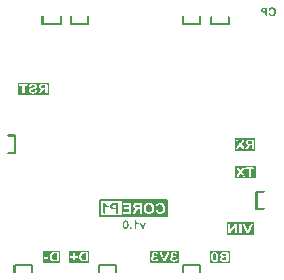
<source format=gbo>
%TF.GenerationSoftware,KiCad,Pcbnew,9.0.1*%
%TF.CreationDate,2025-12-15T21:38:02-06:00*%
%TF.ProjectId,ProtoCore_v1,50726f74-6f43-46f7-9265-5f76312e6b69,rev?*%
%TF.SameCoordinates,Original*%
%TF.FileFunction,Legend,Bot*%
%TF.FilePolarity,Positive*%
%FSLAX46Y46*%
G04 Gerber Fmt 4.6, Leading zero omitted, Abs format (unit mm)*
G04 Created by KiCad (PCBNEW 9.0.1) date 2025-12-15 21:38:02*
%MOMM*%
%LPD*%
G01*
G04 APERTURE LIST*
%ADD10C,0.150000*%
%ADD11C,0.100000*%
%ADD12C,0.200000*%
%ADD13C,0.175000*%
%ADD14R,1.750000X1.000000*%
%ADD15R,1.000000X1.750000*%
%ADD16C,0.800000*%
G04 APERTURE END LIST*
D10*
X147010000Y-104740000D02*
X152640000Y-104740000D01*
X152640000Y-106100000D01*
X147010000Y-106100000D01*
X147010000Y-104740000D01*
D11*
X144525000Y-89150000D02*
X144525000Y-89750000D01*
X160250000Y-105425000D02*
X160250000Y-103975000D01*
D12*
X142125000Y-89175000D02*
X142125000Y-89775000D01*
X146000000Y-89175000D02*
X146000000Y-89775000D01*
X154000000Y-89175000D02*
X154000000Y-89775000D01*
X139200000Y-100750000D02*
X139800000Y-100750000D01*
X155475000Y-89775000D02*
X154025000Y-89775000D01*
D11*
X148855000Y-104780000D02*
X148855000Y-106070000D01*
D12*
X154025000Y-110225000D02*
X155475000Y-110225000D01*
X139775000Y-110225000D02*
X141225000Y-110225000D01*
D11*
X157850000Y-89150000D02*
X157850000Y-89750000D01*
X141225000Y-110850000D02*
X141225000Y-110250000D01*
D12*
X160225000Y-105475000D02*
X160225000Y-104025000D01*
D11*
X157850000Y-89750000D02*
X156400000Y-89750000D01*
X160850000Y-103975000D02*
X160250000Y-103975000D01*
D12*
X148375000Y-110800000D02*
X148375000Y-110200000D01*
D11*
X139175000Y-100725000D02*
X139775000Y-100725000D01*
D12*
X160825000Y-105500000D02*
X160225000Y-105500000D01*
D11*
X139775000Y-110250000D02*
X141225000Y-110250000D01*
X160850000Y-105425000D02*
X160250000Y-105425000D01*
X139775000Y-110850000D02*
X139775000Y-110250000D01*
D12*
X143650000Y-89175000D02*
X143650000Y-89775000D01*
X157850000Y-89800000D02*
X156400000Y-89800000D01*
D11*
X143600000Y-89750000D02*
X142150000Y-89750000D01*
X145975000Y-89750000D02*
X144525000Y-89750000D01*
X148935000Y-104830000D02*
X152545000Y-104830000D01*
D12*
X146875000Y-110825000D02*
X146875000Y-110225000D01*
X139800000Y-99275000D02*
X139800000Y-100725000D01*
X157875000Y-89200000D02*
X157875000Y-89800000D01*
D11*
X148885000Y-106000000D02*
X152565000Y-106000000D01*
D12*
X156375000Y-89200000D02*
X156375000Y-89800000D01*
X155500000Y-89175000D02*
X155500000Y-89775000D01*
D11*
X156400000Y-89150000D02*
X156400000Y-89750000D01*
D12*
X139750000Y-110825000D02*
X139750000Y-110225000D01*
D11*
X143600000Y-89150000D02*
X143600000Y-89750000D01*
D12*
X143600000Y-89775000D02*
X142150000Y-89775000D01*
X144500000Y-89175000D02*
X144500000Y-89775000D01*
X154000000Y-110825000D02*
X154000000Y-110225000D01*
D11*
X142150000Y-89150000D02*
X142150000Y-89750000D01*
D12*
X155500000Y-110825000D02*
X155500000Y-110225000D01*
D11*
X148350000Y-110850000D02*
X148350000Y-110250000D01*
X146900000Y-110250000D02*
X148350000Y-110250000D01*
X139175000Y-99275000D02*
X139775000Y-99275000D01*
X139775000Y-99275000D02*
X139775000Y-100725000D01*
D12*
X141250000Y-110825000D02*
X141250000Y-110225000D01*
X146900000Y-110225000D02*
X148350000Y-110225000D01*
X160825000Y-104000000D02*
X160225000Y-104000000D01*
D11*
X146900000Y-110850000D02*
X146900000Y-110250000D01*
X145975000Y-89150000D02*
X145975000Y-89750000D01*
D12*
X145975000Y-89775000D02*
X144525000Y-89775000D01*
X139200000Y-99250000D02*
X139800000Y-99250000D01*
D11*
X155475000Y-89750000D02*
X154025000Y-89750000D01*
X155475000Y-89150000D02*
X155475000Y-89750000D01*
X154025000Y-89150000D02*
X154025000Y-89750000D01*
D12*
G36*
X156732143Y-109246409D02*
G01*
X156762110Y-109259468D01*
X156786668Y-109281369D01*
X156806334Y-109314177D01*
X156822100Y-109363691D01*
X156833350Y-109436111D01*
X156837713Y-109538197D01*
X156833958Y-109636568D01*
X156824249Y-109706773D01*
X156812247Y-109749701D01*
X156797027Y-109781946D01*
X156779241Y-109805643D01*
X156755944Y-109824013D01*
X156727947Y-109835079D01*
X156693787Y-109838958D01*
X156658464Y-109834900D01*
X156629894Y-109823372D01*
X156606464Y-109804275D01*
X156588633Y-109779738D01*
X156573625Y-109747135D01*
X156562061Y-109704575D01*
X156552816Y-109634488D01*
X156549201Y-109533801D01*
X156552959Y-109438105D01*
X156562665Y-109369914D01*
X156574653Y-109328311D01*
X156589881Y-109297053D01*
X156607728Y-109274073D01*
X156630946Y-109256434D01*
X156659495Y-109245654D01*
X156694996Y-109241833D01*
X156732143Y-109246409D01*
G37*
G36*
X157691763Y-109813947D02*
G01*
X157497389Y-109813947D01*
X157433792Y-109809628D01*
X157387763Y-109798234D01*
X157355094Y-109781373D01*
X157332698Y-109759508D01*
X157318969Y-109731871D01*
X157314060Y-109696613D01*
X157319776Y-109658898D01*
X157335582Y-109630698D01*
X157361376Y-109609614D01*
X157394481Y-109595703D01*
X157440587Y-109586205D01*
X157503544Y-109582600D01*
X157691763Y-109582600D01*
X157691763Y-109813947D01*
G37*
G36*
X157691763Y-109463801D02*
G01*
X157526295Y-109463801D01*
X157462309Y-109460547D01*
X157421606Y-109452517D01*
X157399071Y-109442754D01*
X157380532Y-109428618D01*
X157365498Y-109409579D01*
X157354178Y-109385912D01*
X157350330Y-109359216D01*
X157356285Y-109322255D01*
X157372307Y-109296978D01*
X157398251Y-109280179D01*
X157431169Y-109270280D01*
X157478738Y-109263290D01*
X157545309Y-109260591D01*
X157691763Y-109260591D01*
X157691763Y-109463801D01*
G37*
G36*
X157977840Y-110051505D02*
G01*
X156277248Y-110051505D01*
X156277248Y-109544792D01*
X156377248Y-109544792D01*
X156380599Y-109631810D01*
X156389613Y-109699886D01*
X156407414Y-109762391D01*
X156435280Y-109817709D01*
X156466585Y-109857750D01*
X156502769Y-109890501D01*
X156544146Y-109916676D01*
X156590016Y-109935929D01*
X156639212Y-109947547D01*
X156692578Y-109951505D01*
X156753544Y-109946204D01*
X156809317Y-109930616D01*
X156861124Y-109904561D01*
X156906170Y-109869783D01*
X156943483Y-109826887D01*
X156973341Y-109774722D01*
X156989682Y-109727473D01*
X156993743Y-109708874D01*
X157125511Y-109708874D01*
X157129944Y-109752989D01*
X157142944Y-109793384D01*
X157164528Y-109830849D01*
X157193671Y-109863943D01*
X157228549Y-109890480D01*
X157269822Y-109910960D01*
X157313222Y-109923829D01*
X157364948Y-109932698D01*
X157420771Y-109937308D01*
X157490025Y-109939000D01*
X157765403Y-109939000D01*
X157804782Y-109935803D01*
X157832591Y-109927398D01*
X157851846Y-109914819D01*
X157865414Y-109897172D01*
X157874436Y-109872380D01*
X157877840Y-109838078D01*
X157877840Y-109236459D01*
X157874321Y-109201472D01*
X157865054Y-109176594D01*
X157851187Y-109159230D01*
X157831640Y-109146862D01*
X157803964Y-109138644D01*
X157765403Y-109135538D01*
X157473428Y-109135538D01*
X157410817Y-109137462D01*
X157361156Y-109142670D01*
X157315565Y-109153272D01*
X157275812Y-109170221D01*
X157245504Y-109189429D01*
X157218769Y-109213305D01*
X157196892Y-109240820D01*
X157180960Y-109270995D01*
X157171228Y-109303272D01*
X157167936Y-109337722D01*
X157170457Y-109359216D01*
X157173353Y-109383912D01*
X157188884Y-109423373D01*
X157214341Y-109457542D01*
X157250722Y-109487295D01*
X157300102Y-109512845D01*
X157243616Y-109533473D01*
X157200275Y-109558642D01*
X157167813Y-109588122D01*
X157144746Y-109622284D01*
X157130508Y-109662066D01*
X157126820Y-109696613D01*
X157125511Y-109708874D01*
X156993743Y-109708874D01*
X157001423Y-109673703D01*
X157008018Y-109617256D01*
X157010326Y-109554122D01*
X157007727Y-109473190D01*
X157000489Y-109404645D01*
X156987289Y-109340718D01*
X156969659Y-109290144D01*
X156940843Y-109240833D01*
X156905554Y-109201382D01*
X156863597Y-109170465D01*
X156815279Y-109147969D01*
X156760398Y-109134113D01*
X156697469Y-109129286D01*
X156635827Y-109134037D01*
X156581844Y-109147702D01*
X156533040Y-109170370D01*
X156490620Y-109201533D01*
X156454950Y-109240348D01*
X156424125Y-109289118D01*
X156405359Y-109333725D01*
X156390599Y-109389719D01*
X156380819Y-109459272D01*
X156377707Y-109533801D01*
X156377248Y-109544792D01*
X156277248Y-109544792D01*
X156277248Y-109029286D01*
X157977840Y-109029286D01*
X157977840Y-110051505D01*
G37*
G36*
X148469165Y-104966554D02*
G01*
X148497961Y-104975682D01*
X148518439Y-104989374D01*
X148533139Y-105008827D01*
X148542918Y-105036852D01*
X148546631Y-105076477D01*
X148546631Y-105769510D01*
X148543382Y-105805066D01*
X148534567Y-105832116D01*
X148520967Y-105852601D01*
X148502202Y-105868301D01*
X148479987Y-105877763D01*
X148453263Y-105881068D01*
X148427780Y-105877801D01*
X148405934Y-105868312D01*
X148386823Y-105852327D01*
X148372859Y-105831574D01*
X148363825Y-105804202D01*
X148360499Y-105768246D01*
X148360499Y-105515290D01*
X148195031Y-105515290D01*
X148109377Y-105509998D01*
X148040402Y-105495459D01*
X147985140Y-105473198D01*
X147941140Y-105444014D01*
X147904756Y-105405531D01*
X147878335Y-105359025D01*
X147861682Y-105302840D01*
X147856086Y-105238593D01*
X148044345Y-105238593D01*
X148050337Y-105284210D01*
X148066767Y-105317783D01*
X148093537Y-105343247D01*
X148132108Y-105361307D01*
X148177841Y-105370958D01*
X148239324Y-105374606D01*
X148360499Y-105374606D01*
X148360499Y-105103789D01*
X148239324Y-105103789D01*
X148175251Y-105107148D01*
X148130027Y-105115823D01*
X148099147Y-105128119D01*
X148078912Y-105143027D01*
X148060022Y-105169437D01*
X148048427Y-105200831D01*
X148044345Y-105238593D01*
X147856086Y-105238593D01*
X147855741Y-105234636D01*
X147861195Y-105172119D01*
X147876789Y-105118133D01*
X147902852Y-105070089D01*
X147938448Y-105030425D01*
X147982406Y-104999900D01*
X148034728Y-104979152D01*
X148096959Y-104967744D01*
X148195086Y-104963106D01*
X148429303Y-104963106D01*
X148469165Y-104966554D01*
G37*
G36*
X147449956Y-105779896D02*
G01*
X147449956Y-105225184D01*
X147558741Y-105301555D01*
X147623011Y-105334882D01*
X147658454Y-105342952D01*
X147683219Y-105337813D01*
X147705550Y-105321849D01*
X147720956Y-105298852D01*
X147725993Y-105272885D01*
X147720633Y-105244130D01*
X147705935Y-105225569D01*
X147681706Y-105210229D01*
X147635867Y-105186991D01*
X147566537Y-105149503D01*
X147517275Y-105113407D01*
X147475383Y-105072463D01*
X147438470Y-105026853D01*
X147393353Y-104967502D01*
X147379572Y-104959445D01*
X147352906Y-104956071D01*
X147331847Y-104959004D01*
X147314279Y-104967484D01*
X147299325Y-104981845D01*
X147284662Y-105010942D01*
X147279212Y-105052462D01*
X147279212Y-105755826D01*
X147283773Y-105806868D01*
X147295504Y-105841121D01*
X147312644Y-105863313D01*
X147335258Y-105876415D01*
X147365216Y-105881068D01*
X147389575Y-105878079D01*
X147409747Y-105869539D01*
X147426710Y-105855404D01*
X147439014Y-105836884D01*
X147447006Y-105812316D01*
X147449956Y-105779896D01*
G37*
G36*
X160012520Y-107651505D02*
G01*
X157731278Y-107651505D01*
X157731278Y-106814380D01*
X157831278Y-106814380D01*
X157831278Y-107444478D01*
X157836162Y-107486532D01*
X157848974Y-107515550D01*
X157868351Y-107535099D01*
X157894978Y-107547121D01*
X157931406Y-107551505D01*
X157955568Y-107549840D01*
X157976359Y-107545106D01*
X157995452Y-107537007D01*
X158013728Y-107524931D01*
X158045931Y-107492691D01*
X158075552Y-107455127D01*
X158414732Y-106992482D01*
X158414732Y-107456983D01*
X158417840Y-107487257D01*
X158426264Y-107510209D01*
X158439241Y-107527520D01*
X158457039Y-107540824D01*
X158477641Y-107548759D01*
X158501945Y-107551505D01*
X158527085Y-107548692D01*
X158547882Y-107540644D01*
X158565362Y-107527276D01*
X158577968Y-107509876D01*
X158586146Y-107486992D01*
X158589158Y-107457032D01*
X158589158Y-106838951D01*
X158587718Y-106819851D01*
X158792050Y-106819851D01*
X158792050Y-107451023D01*
X158795389Y-107483841D01*
X158804370Y-107508326D01*
X158818099Y-107526445D01*
X158837009Y-107540266D01*
X158859306Y-107548597D01*
X158886023Y-107551505D01*
X158911512Y-107548614D01*
X158933261Y-107540236D01*
X158952188Y-107526152D01*
X158965925Y-107507868D01*
X158974870Y-107483443D01*
X158978182Y-107451023D01*
X158978182Y-106819851D01*
X158975582Y-106794157D01*
X159118975Y-106794157D01*
X159122712Y-106820437D01*
X159132000Y-106847939D01*
X159143046Y-106875587D01*
X159361325Y-107399097D01*
X159384736Y-107456299D01*
X159397674Y-107482321D01*
X159411994Y-107504170D01*
X159429962Y-107522901D01*
X159453429Y-107538218D01*
X159481290Y-107547992D01*
X159516682Y-107551505D01*
X159552052Y-107548055D01*
X159579935Y-107538462D01*
X159603410Y-107523292D01*
X159621700Y-107504170D01*
X159649233Y-107456055D01*
X159672643Y-107399097D01*
X159887186Y-106879935D01*
X159898617Y-106852042D01*
X159908509Y-106822342D01*
X159912520Y-106795231D01*
X159906319Y-106768488D01*
X159886802Y-106743354D01*
X159868261Y-106730361D01*
X159847019Y-106722591D01*
X159822230Y-106719907D01*
X159791941Y-106723166D01*
X159770255Y-106731946D01*
X159754911Y-106745796D01*
X159736672Y-106775858D01*
X159714849Y-106827569D01*
X159512341Y-107360605D01*
X159309283Y-106823759D01*
X159285213Y-106764163D01*
X159274674Y-106748379D01*
X159258230Y-106733584D01*
X159236918Y-106723591D01*
X159206793Y-106719907D01*
X159183790Y-106722564D01*
X159162609Y-106730507D01*
X159144361Y-106742905D01*
X159130626Y-106758692D01*
X159121796Y-106776609D01*
X159118975Y-106794157D01*
X158975582Y-106794157D01*
X158974899Y-106787407D01*
X158966054Y-106763095D01*
X158952518Y-106745015D01*
X158933797Y-106731120D01*
X158911958Y-106722797D01*
X158886023Y-106719907D01*
X158859286Y-106722791D01*
X158836989Y-106731047D01*
X158818099Y-106744722D01*
X158804383Y-106762662D01*
X158795397Y-106787036D01*
X158792050Y-106819851D01*
X158587718Y-106819851D01*
X158586340Y-106801567D01*
X158579211Y-106776620D01*
X158563563Y-106754041D01*
X158539808Y-106735734D01*
X158511087Y-106723836D01*
X158480403Y-106719907D01*
X158456575Y-106721839D01*
X158437593Y-106727185D01*
X158420818Y-106735698D01*
X158406379Y-106746676D01*
X158379121Y-106778232D01*
X158350435Y-106818385D01*
X158002627Y-107288357D01*
X158002627Y-106814819D01*
X157999671Y-106783885D01*
X157991742Y-106760802D01*
X157979711Y-106743745D01*
X157962846Y-106730608D01*
X157942589Y-106722685D01*
X157917887Y-106719907D01*
X157892323Y-106722701D01*
X157871578Y-106730620D01*
X157854524Y-106743647D01*
X157842301Y-106760665D01*
X157834268Y-106783640D01*
X157831278Y-106814380D01*
X157731278Y-106814380D01*
X157731278Y-106619907D01*
X160012520Y-106619907D01*
X160012520Y-107651505D01*
G37*
G36*
X145814290Y-109782695D02*
G01*
X145677728Y-109782695D01*
X145606672Y-109780545D01*
X145553586Y-109769701D01*
X145527750Y-109759141D01*
X145506105Y-109745374D01*
X145475761Y-109716905D01*
X145451015Y-109680765D01*
X145432038Y-109635461D01*
X145419619Y-109579051D01*
X145415100Y-109509240D01*
X145420474Y-109430620D01*
X145434583Y-109373316D01*
X145455107Y-109332457D01*
X145485189Y-109296805D01*
X145517865Y-109272563D01*
X145553640Y-109257866D01*
X145615549Y-109246179D01*
X145695533Y-109241843D01*
X145814290Y-109241843D01*
X145814290Y-109782695D01*
G37*
G36*
X146100422Y-110014000D02*
G01*
X144382025Y-110014000D01*
X144382025Y-109445053D01*
X144482025Y-109445053D01*
X144482025Y-109591990D01*
X144718715Y-109591990D01*
X144718715Y-109798326D01*
X144880831Y-109798326D01*
X144880831Y-109591990D01*
X145116311Y-109591990D01*
X145116311Y-109510266D01*
X145226550Y-109510266D01*
X145230251Y-109580819D01*
X145240729Y-109642255D01*
X145259062Y-109699787D01*
X145284528Y-109750015D01*
X145318236Y-109795389D01*
X145360530Y-109835939D01*
X145398810Y-109862074D01*
X145440269Y-109882346D01*
X145484804Y-109897147D01*
X145533197Y-109906916D01*
X145584447Y-109912127D01*
X145645140Y-109914000D01*
X145883094Y-109914000D01*
X145929828Y-109910106D01*
X145959096Y-109900371D01*
X145980387Y-109883855D01*
X145992618Y-109862025D01*
X145998249Y-109835492D01*
X146000422Y-109798326D01*
X146000422Y-109211459D01*
X145996887Y-109176871D01*
X145987529Y-109152031D01*
X145973439Y-109134474D01*
X145953658Y-109121977D01*
X145925676Y-109113675D01*
X145886721Y-109110538D01*
X145648822Y-109110538D01*
X145559205Y-109114683D01*
X145489069Y-109125877D01*
X145446200Y-109139000D01*
X145405963Y-109158077D01*
X145367949Y-109183469D01*
X145326471Y-109220577D01*
X145292107Y-109263465D01*
X145264606Y-109312827D01*
X145244106Y-109369610D01*
X145231128Y-109434977D01*
X145226612Y-109509240D01*
X145226550Y-109510266D01*
X145116311Y-109510266D01*
X145116311Y-109445053D01*
X144880831Y-109445053D01*
X144880831Y-109235591D01*
X144718715Y-109235591D01*
X144718715Y-109445053D01*
X144482025Y-109445053D01*
X144382025Y-109445053D01*
X144382025Y-109010538D01*
X146100422Y-109010538D01*
X146100422Y-110014000D01*
G37*
G36*
X159866763Y-99951306D02*
G01*
X159704977Y-99951306D01*
X159642091Y-99948574D01*
X159594903Y-99941341D01*
X159554583Y-99927366D01*
X159527144Y-99907635D01*
X159514656Y-99890642D01*
X159506716Y-99869198D01*
X159503843Y-99842080D01*
X159508642Y-99811084D01*
X159522637Y-99784586D01*
X159544797Y-99763031D01*
X159574679Y-99747461D01*
X159614089Y-99739366D01*
X159700086Y-99735591D01*
X159866763Y-99735591D01*
X159866763Y-99951306D01*
G37*
G36*
X160152840Y-100526505D02*
G01*
X158406746Y-100526505D01*
X158406746Y-100355772D01*
X158506746Y-100355772D01*
X158509452Y-100374558D01*
X158517462Y-100391480D01*
X158530234Y-100405842D01*
X158547632Y-100417028D01*
X158568065Y-100424079D01*
X158591486Y-100426505D01*
X158616382Y-100423940D01*
X158635999Y-100416784D01*
X158652586Y-100405799D01*
X158665400Y-100392750D01*
X158706726Y-100337503D01*
X158863896Y-100118319D01*
X159030848Y-100344048D01*
X159058875Y-100382297D01*
X159079098Y-100403790D01*
X159107290Y-100420399D01*
X159124489Y-100424895D01*
X159145484Y-100426505D01*
X159176889Y-100421774D01*
X159201757Y-100408089D01*
X159218107Y-100386431D01*
X159223087Y-100359924D01*
X159299302Y-100359924D01*
X159302100Y-100375799D01*
X159310952Y-100392164D01*
X159324603Y-100406359D01*
X159342661Y-100417321D01*
X159363833Y-100424121D01*
X159388988Y-100426505D01*
X159418391Y-100423084D01*
X159441524Y-100413462D01*
X159461174Y-100398769D01*
X159477959Y-100380538D01*
X159518955Y-100322408D01*
X159592155Y-100214160D01*
X159631587Y-100158945D01*
X159662277Y-100123790D01*
X159694558Y-100096884D01*
X159724706Y-100081487D01*
X159758657Y-100073216D01*
X159804555Y-100070106D01*
X159866763Y-100070106D01*
X159866763Y-100326023D01*
X159870104Y-100359606D01*
X159879010Y-100384197D01*
X159892482Y-100401983D01*
X159911133Y-100415501D01*
X159933125Y-100423657D01*
X159959472Y-100426505D01*
X159987826Y-100423457D01*
X160010360Y-100414901D01*
X160028440Y-100400957D01*
X160041314Y-100382651D01*
X160049727Y-100358340D01*
X160052840Y-100326267D01*
X160052840Y-99711313D01*
X160049312Y-99676788D01*
X160039973Y-99651996D01*
X160025912Y-99634474D01*
X160006131Y-99621977D01*
X159978149Y-99613675D01*
X159939193Y-99610538D01*
X159642274Y-99610538D01*
X159536871Y-99615228D01*
X159494523Y-99622440D01*
X159457736Y-99634181D01*
X159417555Y-99653461D01*
X159382228Y-99679659D01*
X159353352Y-99711614D01*
X159332329Y-99748438D01*
X159319555Y-99788564D01*
X159315239Y-99831431D01*
X159316177Y-99842080D01*
X159319163Y-99875966D01*
X159330297Y-99914024D01*
X159348090Y-99946731D01*
X159372556Y-99974949D01*
X159414245Y-100005705D01*
X159469445Y-100030991D01*
X159541267Y-100050175D01*
X159498360Y-100075989D01*
X159452240Y-100116219D01*
X159410205Y-100162633D01*
X159373051Y-100211815D01*
X159341030Y-100261779D01*
X159318756Y-100303406D01*
X159302958Y-100341648D01*
X159299302Y-100359924D01*
X159223087Y-100359924D01*
X159224069Y-100354697D01*
X159219953Y-100328468D01*
X159205972Y-100295961D01*
X159178841Y-100255290D01*
X158977872Y-99995318D01*
X159146912Y-99762457D01*
X159183073Y-99703741D01*
X159192261Y-99679084D01*
X159195163Y-99656260D01*
X159189533Y-99634273D01*
X159171587Y-99613762D01*
X159145636Y-99599698D01*
X159114105Y-99594907D01*
X159078702Y-99600299D01*
X159053654Y-99615325D01*
X159031091Y-99640548D01*
X158994578Y-99690357D01*
X158860764Y-99884286D01*
X158717772Y-99690357D01*
X158687327Y-99647907D01*
X158662817Y-99618501D01*
X158636164Y-99600866D01*
X158620608Y-99596464D01*
X158601982Y-99594907D01*
X158569533Y-99599784D01*
X158544500Y-99613762D01*
X158527644Y-99634501D01*
X158522133Y-99658459D01*
X158526189Y-99682454D01*
X158540604Y-99715080D01*
X158569724Y-99759233D01*
X158746788Y-99995367D01*
X158556205Y-100255290D01*
X158518561Y-100312492D01*
X158509549Y-100335277D01*
X158506746Y-100355772D01*
X158406746Y-100355772D01*
X158406746Y-99494907D01*
X160152840Y-99494907D01*
X160152840Y-100526505D01*
G37*
D13*
G36*
X161273514Y-88907584D02*
G01*
X161277428Y-88941588D01*
X161290141Y-88980460D01*
X161310821Y-89018279D01*
X161342287Y-89057269D01*
X161367515Y-89080294D01*
X161397573Y-89100695D01*
X161433072Y-89118433D01*
X161470617Y-89131154D01*
X161513247Y-89139141D01*
X161561769Y-89141942D01*
X161616035Y-89139195D01*
X161663026Y-89131427D01*
X161706931Y-89117876D01*
X161745904Y-89098772D01*
X161781212Y-89073383D01*
X161814335Y-89040257D01*
X161840020Y-89005302D01*
X161861907Y-88965971D01*
X161879033Y-88923758D01*
X161891400Y-88878349D01*
X161898715Y-88830903D01*
X161901230Y-88779442D01*
X161898320Y-88723199D01*
X161889948Y-88672697D01*
X161876525Y-88627236D01*
X161857356Y-88583982D01*
X161833748Y-88545787D01*
X161805658Y-88512131D01*
X161773130Y-88482762D01*
X161737229Y-88458556D01*
X161697605Y-88439298D01*
X161655689Y-88425478D01*
X161611823Y-88417122D01*
X161565616Y-88414293D01*
X161509451Y-88418261D01*
X161459000Y-88429733D01*
X161413367Y-88448359D01*
X161371007Y-88473798D01*
X161337277Y-88501902D01*
X161311042Y-88532690D01*
X161290353Y-88567457D01*
X161279001Y-88598859D01*
X161275437Y-88627792D01*
X161279794Y-88651133D01*
X161293047Y-88671774D01*
X161312570Y-88686082D01*
X161335619Y-88690795D01*
X161360951Y-88687162D01*
X161377336Y-88677587D01*
X161390700Y-88661549D01*
X161408067Y-88632536D01*
X161428488Y-88599458D01*
X161450087Y-88573947D01*
X161472865Y-88554873D01*
X161498802Y-88540926D01*
X161529062Y-88532243D01*
X161564633Y-88529185D01*
X161606633Y-88533490D01*
X161642976Y-88545889D01*
X161674859Y-88566268D01*
X161703033Y-88595393D01*
X161724266Y-88629346D01*
X161740356Y-88670990D01*
X161750776Y-88721883D01*
X161754538Y-88783888D01*
X161751693Y-88838150D01*
X161743819Y-88882930D01*
X161731714Y-88919723D01*
X161713773Y-88953678D01*
X161692286Y-88980221D01*
X161667172Y-89000421D01*
X161638318Y-89015004D01*
X161605994Y-89023949D01*
X161569420Y-89027050D01*
X161529870Y-89023486D01*
X161495995Y-89013317D01*
X161466710Y-88996874D01*
X161441677Y-88974320D01*
X161420560Y-88945123D01*
X161403366Y-88908097D01*
X161392695Y-88881832D01*
X161380584Y-88862235D01*
X161370191Y-88852673D01*
X161355951Y-88846606D01*
X161336559Y-88844368D01*
X161312502Y-88848907D01*
X161292107Y-88862534D01*
X161278206Y-88882752D01*
X161273514Y-88907584D01*
G37*
G36*
X161088327Y-88430653D02*
G01*
X161110724Y-88437753D01*
X161126651Y-88448402D01*
X161138084Y-88463532D01*
X161145690Y-88485329D01*
X161148578Y-88516149D01*
X161148578Y-89055174D01*
X161146051Y-89082829D01*
X161139195Y-89103868D01*
X161128617Y-89119801D01*
X161114022Y-89132012D01*
X161096744Y-89139371D01*
X161075958Y-89141942D01*
X161056138Y-89139401D01*
X161039147Y-89132021D01*
X161024282Y-89119587D01*
X161013422Y-89103447D01*
X161006396Y-89082157D01*
X161003809Y-89054191D01*
X161003809Y-88857448D01*
X160875111Y-88857448D01*
X160808492Y-88853331D01*
X160754844Y-88842024D01*
X160711863Y-88824710D01*
X160677641Y-88802010D01*
X160649341Y-88772079D01*
X160628792Y-88735908D01*
X160615840Y-88692209D01*
X160611487Y-88642239D01*
X160757911Y-88642239D01*
X160762572Y-88677719D01*
X160775350Y-88703831D01*
X160796172Y-88723636D01*
X160826171Y-88737683D01*
X160861741Y-88745190D01*
X160909562Y-88748027D01*
X161003809Y-88748027D01*
X161003809Y-88537392D01*
X160909562Y-88537392D01*
X160859727Y-88540004D01*
X160824552Y-88546751D01*
X160800535Y-88556315D01*
X160784796Y-88567910D01*
X160770104Y-88588451D01*
X160761086Y-88612868D01*
X160757911Y-88642239D01*
X160611487Y-88642239D01*
X160611219Y-88639162D01*
X160615461Y-88590537D01*
X160627589Y-88548547D01*
X160647861Y-88511181D01*
X160675546Y-88480330D01*
X160709736Y-88456589D01*
X160750431Y-88440452D01*
X160798833Y-88431579D01*
X160875154Y-88427971D01*
X161057322Y-88427971D01*
X161088327Y-88430653D01*
G37*
D12*
G36*
X160163954Y-102876505D02*
G01*
X158450448Y-102876505D01*
X158450448Y-102705772D01*
X158550448Y-102705772D01*
X158553154Y-102724558D01*
X158561164Y-102741480D01*
X158573936Y-102755842D01*
X158591334Y-102767028D01*
X158611767Y-102774079D01*
X158635188Y-102776505D01*
X158660084Y-102773940D01*
X158679701Y-102766784D01*
X158696288Y-102755799D01*
X158709102Y-102742750D01*
X158750428Y-102687503D01*
X158907598Y-102468319D01*
X159074550Y-102694048D01*
X159102577Y-102732297D01*
X159122800Y-102753790D01*
X159150992Y-102770399D01*
X159168191Y-102774895D01*
X159189186Y-102776505D01*
X159220591Y-102771774D01*
X159245459Y-102758089D01*
X159261809Y-102736431D01*
X159267771Y-102704697D01*
X159263656Y-102678468D01*
X159249674Y-102645961D01*
X159222543Y-102605290D01*
X159021574Y-102345318D01*
X159190614Y-102112457D01*
X159226775Y-102053741D01*
X159235767Y-102029610D01*
X159294369Y-102029610D01*
X159300473Y-102057706D01*
X159318274Y-102079289D01*
X159346201Y-102092890D01*
X159389550Y-102098096D01*
X159587002Y-102098096D01*
X159587002Y-102676414D01*
X159590322Y-102709491D01*
X159599209Y-102733944D01*
X159612721Y-102751836D01*
X159631404Y-102765471D01*
X159653227Y-102773658D01*
X159679161Y-102776505D01*
X159705485Y-102773622D01*
X159727613Y-102765335D01*
X159746536Y-102751543D01*
X159760237Y-102733491D01*
X159769198Y-102709100D01*
X159772529Y-102676414D01*
X159772529Y-102098096D01*
X159969926Y-102098096D01*
X160000886Y-102095669D01*
X160023826Y-102089168D01*
X160040653Y-102079289D01*
X160057982Y-102057752D01*
X160063954Y-102029610D01*
X160057701Y-102000548D01*
X160039719Y-101979052D01*
X160011768Y-101965608D01*
X159969926Y-101960538D01*
X159389550Y-101960538D01*
X159358240Y-101963001D01*
X159335031Y-101969602D01*
X159317999Y-101979638D01*
X159300406Y-102001408D01*
X159294369Y-102029610D01*
X159235767Y-102029610D01*
X159235963Y-102029084D01*
X159238865Y-102006260D01*
X159233235Y-101984273D01*
X159215289Y-101963762D01*
X159189338Y-101949698D01*
X159157807Y-101944907D01*
X159122405Y-101950299D01*
X159097356Y-101965325D01*
X159074793Y-101990548D01*
X159038280Y-102040357D01*
X158904466Y-102234286D01*
X158761474Y-102040357D01*
X158731029Y-101997907D01*
X158706519Y-101968501D01*
X158679866Y-101950866D01*
X158664310Y-101946464D01*
X158645684Y-101944907D01*
X158613235Y-101949784D01*
X158588202Y-101963762D01*
X158571346Y-101984501D01*
X158565835Y-102008459D01*
X158569891Y-102032454D01*
X158584306Y-102065080D01*
X158613426Y-102109233D01*
X158790490Y-102345367D01*
X158599907Y-102605290D01*
X158562263Y-102662492D01*
X158553251Y-102685277D01*
X158550448Y-102705772D01*
X158450448Y-102705772D01*
X158450448Y-101844907D01*
X160163954Y-101844907D01*
X160163954Y-102876505D01*
G37*
G36*
X153663505Y-110026505D02*
G01*
X151216080Y-110026505D01*
X151216080Y-109670196D01*
X151316080Y-109670196D01*
X151321704Y-109719046D01*
X151338667Y-109766428D01*
X151366382Y-109810087D01*
X151405217Y-109849226D01*
X151452749Y-109881351D01*
X151509356Y-109906037D01*
X151571743Y-109921232D01*
X151642456Y-109926505D01*
X151691351Y-109923767D01*
X151735436Y-109915856D01*
X151775391Y-109903057D01*
X151829873Y-109876048D01*
X151872111Y-109844341D01*
X151906096Y-109807717D01*
X151929649Y-109771362D01*
X151944929Y-109734714D01*
X151949158Y-109708836D01*
X151943089Y-109679390D01*
X151925582Y-109656958D01*
X151899426Y-109642260D01*
X151866891Y-109637224D01*
X151849663Y-109639480D01*
X151832709Y-109646456D01*
X151818778Y-109656944D01*
X151811112Y-109668633D01*
X151775877Y-109738113D01*
X151743078Y-109780643D01*
X151716433Y-109800480D01*
X151683158Y-109812716D01*
X151641247Y-109817084D01*
X151604454Y-109813027D01*
X151568652Y-109800671D01*
X151537034Y-109780479D01*
X151510894Y-109751822D01*
X151493947Y-109717384D01*
X151488088Y-109676791D01*
X151492822Y-109636003D01*
X151505982Y-109603618D01*
X151526941Y-109577775D01*
X151555215Y-109558380D01*
X151590574Y-109546299D01*
X151635092Y-109541969D01*
X151673121Y-109544167D01*
X151706423Y-109546365D01*
X151738052Y-109542253D01*
X151759894Y-109531124D01*
X151773893Y-109513365D01*
X151778853Y-109488724D01*
X151773141Y-109464605D01*
X151756157Y-109445786D01*
X151729886Y-109433975D01*
X151689167Y-109429422D01*
X151663998Y-109429422D01*
X151627889Y-109426052D01*
X151596134Y-109416273D01*
X151567773Y-109400064D01*
X151545767Y-109378217D01*
X151532259Y-109350716D01*
X151527436Y-109315800D01*
X151531049Y-109289054D01*
X151541642Y-109265328D01*
X151559529Y-109243846D01*
X151582840Y-109227384D01*
X151611214Y-109217283D01*
X151646138Y-109213706D01*
X151681398Y-109216220D01*
X151707247Y-109222890D01*
X151729060Y-109233781D01*
X151745111Y-109247168D01*
X151771599Y-109286247D01*
X151794570Y-109331578D01*
X151803248Y-109342785D01*
X151817431Y-109351606D01*
X151834768Y-109356925D01*
X151855185Y-109358787D01*
X151879012Y-109354406D01*
X151901622Y-109340566D01*
X151917247Y-109319751D01*
X151922725Y-109292011D01*
X151918112Y-109263284D01*
X151903161Y-109231341D01*
X151879816Y-109201015D01*
X151846173Y-109170817D01*
X151843490Y-109169157D01*
X152045713Y-109169157D01*
X152049450Y-109195437D01*
X152058737Y-109222939D01*
X152069783Y-109250587D01*
X152288063Y-109774097D01*
X152311474Y-109831299D01*
X152324411Y-109857321D01*
X152338731Y-109879170D01*
X152356700Y-109897901D01*
X152380167Y-109913218D01*
X152408028Y-109922992D01*
X152443420Y-109926505D01*
X152478790Y-109923055D01*
X152506673Y-109913462D01*
X152530148Y-109898292D01*
X152548438Y-109879170D01*
X152575970Y-109831055D01*
X152599381Y-109774097D01*
X152642318Y-109670196D01*
X152930428Y-109670196D01*
X152936052Y-109719046D01*
X152953014Y-109766428D01*
X152980730Y-109810087D01*
X153019564Y-109849226D01*
X153067096Y-109881351D01*
X153123703Y-109906037D01*
X153186090Y-109921232D01*
X153256803Y-109926505D01*
X153305699Y-109923767D01*
X153349784Y-109915856D01*
X153389739Y-109903057D01*
X153444220Y-109876048D01*
X153486459Y-109844341D01*
X153520443Y-109807717D01*
X153543996Y-109771362D01*
X153559276Y-109734714D01*
X153563505Y-109708836D01*
X153557437Y-109679390D01*
X153539930Y-109656958D01*
X153513774Y-109642260D01*
X153481238Y-109637224D01*
X153464011Y-109639480D01*
X153447056Y-109646456D01*
X153433125Y-109656944D01*
X153425459Y-109668633D01*
X153390224Y-109738113D01*
X153357425Y-109780643D01*
X153330780Y-109800480D01*
X153297505Y-109812716D01*
X153255594Y-109817084D01*
X153218802Y-109813027D01*
X153182999Y-109800671D01*
X153151382Y-109780479D01*
X153125242Y-109751822D01*
X153108295Y-109717384D01*
X153102436Y-109676791D01*
X153107170Y-109636003D01*
X153120330Y-109603618D01*
X153141289Y-109577775D01*
X153169563Y-109558380D01*
X153204922Y-109546299D01*
X153249439Y-109541969D01*
X153287468Y-109544167D01*
X153320771Y-109546365D01*
X153352399Y-109542253D01*
X153374241Y-109531124D01*
X153388241Y-109513365D01*
X153393201Y-109488724D01*
X153387488Y-109464605D01*
X153370505Y-109445786D01*
X153344234Y-109433975D01*
X153303515Y-109429422D01*
X153278346Y-109429422D01*
X153242237Y-109426052D01*
X153210482Y-109416273D01*
X153182120Y-109400064D01*
X153160115Y-109378217D01*
X153146606Y-109350716D01*
X153141783Y-109315800D01*
X153145397Y-109289054D01*
X153155990Y-109265328D01*
X153173877Y-109243846D01*
X153197188Y-109227384D01*
X153225562Y-109217283D01*
X153260485Y-109213706D01*
X153295746Y-109216220D01*
X153321595Y-109222890D01*
X153343407Y-109233781D01*
X153359459Y-109247168D01*
X153385947Y-109286247D01*
X153408918Y-109331578D01*
X153417595Y-109342785D01*
X153431779Y-109351606D01*
X153449116Y-109356925D01*
X153469533Y-109358787D01*
X153493359Y-109354406D01*
X153515969Y-109340566D01*
X153531595Y-109319751D01*
X153537072Y-109292011D01*
X153532460Y-109263284D01*
X153517508Y-109231341D01*
X153494163Y-109201015D01*
X153460520Y-109170817D01*
X153419576Y-109145487D01*
X153367482Y-109124802D01*
X153309755Y-109111923D01*
X153243285Y-109107412D01*
X153185049Y-109111191D01*
X153133925Y-109122018D01*
X153087208Y-109140041D01*
X153047866Y-109164125D01*
X153015601Y-109194096D01*
X152992746Y-109228019D01*
X152978826Y-109265560D01*
X152974117Y-109306274D01*
X152977308Y-109342348D01*
X152986412Y-109373559D01*
X153001045Y-109400748D01*
X153032345Y-109438331D01*
X153076003Y-109475974D01*
X153032812Y-109500068D01*
X152997033Y-109527363D01*
X152967789Y-109558749D01*
X152947189Y-109592771D01*
X152934688Y-109629733D01*
X152930428Y-109670196D01*
X152642318Y-109670196D01*
X152813924Y-109254935D01*
X152825355Y-109227042D01*
X152835246Y-109197342D01*
X152839258Y-109170231D01*
X152833057Y-109143488D01*
X152813539Y-109118354D01*
X152794998Y-109105361D01*
X152773757Y-109097591D01*
X152748968Y-109094907D01*
X152718678Y-109098166D01*
X152696993Y-109106946D01*
X152681648Y-109120796D01*
X152663410Y-109150858D01*
X152641586Y-109202569D01*
X152439078Y-109735605D01*
X152236021Y-109198759D01*
X152211951Y-109139163D01*
X152201412Y-109123379D01*
X152184968Y-109108584D01*
X152163655Y-109098591D01*
X152133531Y-109094907D01*
X152110528Y-109097564D01*
X152089347Y-109105507D01*
X152071099Y-109117905D01*
X152057363Y-109133692D01*
X152048534Y-109151609D01*
X152045713Y-109169157D01*
X151843490Y-109169157D01*
X151805228Y-109145487D01*
X151753135Y-109124802D01*
X151695408Y-109111923D01*
X151628937Y-109107412D01*
X151570701Y-109111191D01*
X151519577Y-109122018D01*
X151472861Y-109140041D01*
X151433518Y-109164125D01*
X151401254Y-109194096D01*
X151378399Y-109228019D01*
X151364479Y-109265560D01*
X151359769Y-109306274D01*
X151362961Y-109342348D01*
X151372065Y-109373559D01*
X151386697Y-109400748D01*
X151417998Y-109438331D01*
X151461655Y-109475974D01*
X151418465Y-109500068D01*
X151382685Y-109527363D01*
X151353442Y-109558749D01*
X151332841Y-109592771D01*
X151320341Y-109629733D01*
X151316080Y-109670196D01*
X151216080Y-109670196D01*
X151216080Y-108994907D01*
X153663505Y-108994907D01*
X153663505Y-110026505D01*
G37*
G36*
X142366763Y-95226306D02*
G01*
X142204977Y-95226306D01*
X142142091Y-95223574D01*
X142094903Y-95216341D01*
X142054583Y-95202366D01*
X142027144Y-95182635D01*
X142014656Y-95165642D01*
X142006716Y-95144198D01*
X142003843Y-95117080D01*
X142008642Y-95086084D01*
X142022637Y-95059586D01*
X142044797Y-95038031D01*
X142074679Y-95022461D01*
X142114089Y-95014366D01*
X142200086Y-95010591D01*
X142366763Y-95010591D01*
X142366763Y-95226306D01*
G37*
G36*
X142652840Y-95801505D02*
G01*
X140024009Y-95801505D01*
X140024009Y-94954610D01*
X140124009Y-94954610D01*
X140130114Y-94982706D01*
X140147915Y-95004289D01*
X140175842Y-95017890D01*
X140219191Y-95023096D01*
X140416643Y-95023096D01*
X140416643Y-95601414D01*
X140419962Y-95634491D01*
X140428850Y-95658944D01*
X140442362Y-95676836D01*
X140461045Y-95690471D01*
X140482868Y-95698658D01*
X140508802Y-95701505D01*
X140535125Y-95698622D01*
X140557254Y-95690335D01*
X140576176Y-95676543D01*
X140589878Y-95658491D01*
X140598839Y-95634100D01*
X140602170Y-95601414D01*
X140602170Y-95446173D01*
X140957561Y-95446173D01*
X140962384Y-95493736D01*
X140976521Y-95537198D01*
X140999986Y-95577429D01*
X141031848Y-95612770D01*
X141072708Y-95643100D01*
X141123909Y-95668581D01*
X141179460Y-95686348D01*
X141243392Y-95697556D01*
X141317130Y-95701505D01*
X141405262Y-95695988D01*
X141478015Y-95680620D01*
X141538102Y-95656613D01*
X141573036Y-95634924D01*
X141799302Y-95634924D01*
X141802100Y-95650799D01*
X141810952Y-95667164D01*
X141824603Y-95681359D01*
X141842661Y-95692321D01*
X141863833Y-95699121D01*
X141888988Y-95701505D01*
X141918391Y-95698084D01*
X141941524Y-95688462D01*
X141961174Y-95673769D01*
X141977959Y-95655538D01*
X142018955Y-95597408D01*
X142092155Y-95489160D01*
X142131587Y-95433945D01*
X142162277Y-95398790D01*
X142194558Y-95371884D01*
X142224706Y-95356487D01*
X142258657Y-95348216D01*
X142304555Y-95345106D01*
X142366763Y-95345106D01*
X142366763Y-95601023D01*
X142370104Y-95634606D01*
X142379010Y-95659197D01*
X142392482Y-95676983D01*
X142411133Y-95690501D01*
X142433125Y-95698657D01*
X142459472Y-95701505D01*
X142487826Y-95698457D01*
X142510360Y-95689901D01*
X142528440Y-95675957D01*
X142541314Y-95657651D01*
X142549727Y-95633340D01*
X142552840Y-95601267D01*
X142552840Y-94986313D01*
X142549312Y-94951788D01*
X142539973Y-94926996D01*
X142525912Y-94909474D01*
X142506131Y-94896977D01*
X142478149Y-94888675D01*
X142439193Y-94885538D01*
X142142274Y-94885538D01*
X142036871Y-94890228D01*
X141994523Y-94897440D01*
X141957736Y-94909181D01*
X141917555Y-94928461D01*
X141882228Y-94954659D01*
X141853352Y-94986614D01*
X141832329Y-95023438D01*
X141819555Y-95063564D01*
X141815239Y-95106431D01*
X141816177Y-95117080D01*
X141819163Y-95150966D01*
X141830297Y-95189024D01*
X141848090Y-95221731D01*
X141872556Y-95249949D01*
X141914245Y-95280705D01*
X141969445Y-95305991D01*
X142041267Y-95325175D01*
X141998360Y-95350989D01*
X141952240Y-95391219D01*
X141910205Y-95437633D01*
X141873051Y-95486815D01*
X141841030Y-95536779D01*
X141818756Y-95578406D01*
X141802958Y-95616648D01*
X141799302Y-95634924D01*
X141573036Y-95634924D01*
X141576823Y-95632573D01*
X141610215Y-95603856D01*
X141638669Y-95570102D01*
X141660862Y-95532854D01*
X141673355Y-95497954D01*
X141677357Y-95464687D01*
X141671460Y-95436738D01*
X141653782Y-95413103D01*
X141627294Y-95397087D01*
X141593826Y-95391609D01*
X141566350Y-95395855D01*
X141543872Y-95408316D01*
X141525761Y-95427878D01*
X141509141Y-95457604D01*
X141490688Y-95493724D01*
X141472267Y-95521156D01*
X141448930Y-95543982D01*
X141416543Y-95563117D01*
X141377271Y-95575052D01*
X141322076Y-95579579D01*
X141269536Y-95575530D01*
X141226608Y-95564227D01*
X141191393Y-95546362D01*
X141162877Y-95521661D01*
X141146657Y-95494477D01*
X141141220Y-95463661D01*
X141144395Y-95438458D01*
X141153427Y-95417525D01*
X141168203Y-95399914D01*
X141198490Y-95378650D01*
X141238270Y-95362349D01*
X141353784Y-95334554D01*
X141446718Y-95311549D01*
X141516945Y-95287122D01*
X141558467Y-95266348D01*
X141593031Y-95241609D01*
X141621413Y-95212775D01*
X141642441Y-95179795D01*
X141655502Y-95141210D01*
X141660102Y-95095685D01*
X141655447Y-95052388D01*
X141641833Y-95013200D01*
X141619215Y-94977227D01*
X141588739Y-94946060D01*
X141549809Y-94919575D01*
X141501063Y-94897702D01*
X141448649Y-94882714D01*
X141388563Y-94873242D01*
X141319603Y-94869907D01*
X141239495Y-94874838D01*
X141175457Y-94888371D01*
X141118540Y-94910430D01*
X141074395Y-94937367D01*
X141038698Y-94969615D01*
X141015539Y-95001602D01*
X141001387Y-95035507D01*
X140996909Y-95067353D01*
X141002702Y-95095260D01*
X141020484Y-95120695D01*
X141037622Y-95133974D01*
X141056943Y-95141771D01*
X141079231Y-95144436D01*
X141108488Y-95140615D01*
X141127921Y-95130416D01*
X141143890Y-95113644D01*
X141163806Y-95084792D01*
X141191582Y-95043256D01*
X141222333Y-95014010D01*
X141246792Y-95000988D01*
X141282098Y-94992106D01*
X141331912Y-94988706D01*
X141377774Y-94992060D01*
X141414821Y-95001359D01*
X141444789Y-95015915D01*
X141469401Y-95036196D01*
X141483059Y-95057642D01*
X141487544Y-95081128D01*
X141483846Y-95103272D01*
X141473091Y-95121770D01*
X141456339Y-95137389D01*
X141433084Y-95151372D01*
X141381152Y-95170912D01*
X141293939Y-95191623D01*
X141219630Y-95208704D01*
X141155728Y-95226648D01*
X141096950Y-95248540D01*
X141050160Y-95273347D01*
X141011313Y-95304484D01*
X140982071Y-95342956D01*
X140968902Y-95371851D01*
X140960536Y-95405925D01*
X140957561Y-95446173D01*
X140602170Y-95446173D01*
X140602170Y-95023096D01*
X140799567Y-95023096D01*
X140830526Y-95020669D01*
X140853467Y-95014168D01*
X140870293Y-95004289D01*
X140887622Y-94982752D01*
X140893594Y-94954610D01*
X140887342Y-94925548D01*
X140869359Y-94904052D01*
X140841408Y-94890608D01*
X140799567Y-94885538D01*
X140219191Y-94885538D01*
X140187880Y-94888001D01*
X140164672Y-94894602D01*
X140147640Y-94904638D01*
X140130047Y-94926408D01*
X140124009Y-94954610D01*
X140024009Y-94954610D01*
X140024009Y-94769907D01*
X142652840Y-94769907D01*
X142652840Y-95801505D01*
G37*
G36*
X143314290Y-109782695D02*
G01*
X143177728Y-109782695D01*
X143106672Y-109780545D01*
X143053586Y-109769701D01*
X143027750Y-109759141D01*
X143006105Y-109745374D01*
X142975761Y-109716905D01*
X142951015Y-109680765D01*
X142932038Y-109635461D01*
X142919619Y-109579051D01*
X142915100Y-109509240D01*
X142920474Y-109430620D01*
X142934583Y-109373316D01*
X142955107Y-109332457D01*
X142985189Y-109296805D01*
X143017865Y-109272563D01*
X143053640Y-109257866D01*
X143115549Y-109246179D01*
X143195533Y-109241843D01*
X143314290Y-109241843D01*
X143314290Y-109782695D01*
G37*
G36*
X143600422Y-110014000D02*
G01*
X142166690Y-110014000D01*
X142166690Y-109621983D01*
X142266690Y-109621983D01*
X142272458Y-109649053D01*
X142289331Y-109670245D01*
X142305731Y-109680038D01*
X142328240Y-109686491D01*
X142358794Y-109688905D01*
X142553114Y-109688905D01*
X142594266Y-109683799D01*
X142621642Y-109670245D01*
X142639245Y-109648985D01*
X142645218Y-109621983D01*
X142639345Y-109594440D01*
X142622247Y-109573183D01*
X142595223Y-109559648D01*
X142553114Y-109554474D01*
X142358794Y-109554474D01*
X142316693Y-109559650D01*
X142289716Y-109573183D01*
X142272574Y-109594444D01*
X142266690Y-109621983D01*
X142166690Y-109621983D01*
X142166690Y-109510266D01*
X142726550Y-109510266D01*
X142730251Y-109580819D01*
X142740729Y-109642255D01*
X142759062Y-109699787D01*
X142784528Y-109750015D01*
X142818236Y-109795389D01*
X142860530Y-109835939D01*
X142898810Y-109862074D01*
X142940269Y-109882346D01*
X142984804Y-109897147D01*
X143033197Y-109906916D01*
X143084447Y-109912127D01*
X143145140Y-109914000D01*
X143383094Y-109914000D01*
X143429828Y-109910106D01*
X143459096Y-109900371D01*
X143480387Y-109883855D01*
X143492618Y-109862025D01*
X143498249Y-109835492D01*
X143500422Y-109798326D01*
X143500422Y-109211459D01*
X143496887Y-109176871D01*
X143487529Y-109152031D01*
X143473439Y-109134474D01*
X143453658Y-109121977D01*
X143425676Y-109113675D01*
X143386721Y-109110538D01*
X143148822Y-109110538D01*
X143059205Y-109114683D01*
X142989069Y-109125877D01*
X142946200Y-109139000D01*
X142905963Y-109158077D01*
X142867949Y-109183469D01*
X142826471Y-109220577D01*
X142792107Y-109263465D01*
X142764606Y-109312827D01*
X142744106Y-109369610D01*
X142731128Y-109434977D01*
X142726612Y-109509240D01*
X142726550Y-109510266D01*
X142166690Y-109510266D01*
X142166690Y-109010538D01*
X143600422Y-109010538D01*
X143600422Y-110014000D01*
G37*
G36*
X150357636Y-105346469D02*
G01*
X150195849Y-105346469D01*
X150132963Y-105343396D01*
X150085775Y-105335258D01*
X150045455Y-105319537D01*
X150018016Y-105297340D01*
X150005528Y-105278222D01*
X149997589Y-105254097D01*
X149994715Y-105223591D01*
X149999515Y-105188720D01*
X150013510Y-105158909D01*
X150035669Y-105134659D01*
X150065552Y-105117143D01*
X150104962Y-105108037D01*
X150190958Y-105103789D01*
X150357636Y-105103789D01*
X150357636Y-105346469D01*
G37*
G36*
X151194026Y-105098457D02*
G01*
X151241691Y-105113736D01*
X151284449Y-105138835D01*
X151320990Y-105173417D01*
X151350012Y-105216672D01*
X151373527Y-105273654D01*
X151387779Y-105336936D01*
X151392816Y-105410821D01*
X151387788Y-105485362D01*
X151373527Y-105549581D01*
X151349646Y-105607472D01*
X151319177Y-105652292D01*
X151281091Y-105688167D01*
X151238613Y-105713181D01*
X151191484Y-105728197D01*
X151138816Y-105733350D01*
X151093399Y-105729427D01*
X151051025Y-105717843D01*
X151010991Y-105698509D01*
X150975626Y-105671828D01*
X150944735Y-105636363D01*
X150918173Y-105590688D01*
X150899686Y-105540852D01*
X150887841Y-105481489D01*
X150883606Y-105410821D01*
X150887421Y-105345486D01*
X150898241Y-105288838D01*
X150915370Y-105239637D01*
X150940235Y-105194327D01*
X150970389Y-105158280D01*
X151006045Y-105130278D01*
X151046718Y-105109906D01*
X151091481Y-105097505D01*
X151141289Y-105093238D01*
X151194026Y-105098457D01*
G37*
G36*
X152607296Y-105981068D02*
G01*
X148838597Y-105981068D01*
X148838597Y-105793745D01*
X148938597Y-105793745D01*
X148944294Y-105823491D01*
X148960963Y-105846666D01*
X148987074Y-105861408D01*
X149027074Y-105867000D01*
X149523204Y-105867000D01*
X149562577Y-105863450D01*
X149590604Y-105854095D01*
X149610198Y-105840072D01*
X149624101Y-105820349D01*
X149628797Y-105806165D01*
X149790174Y-105806165D01*
X149792972Y-105824023D01*
X149801824Y-105842435D01*
X149815475Y-105858404D01*
X149833533Y-105870736D01*
X149854706Y-105878386D01*
X149879860Y-105881068D01*
X149909263Y-105877220D01*
X149932397Y-105866395D01*
X149952046Y-105849865D01*
X149968831Y-105829356D01*
X150009828Y-105763960D01*
X150083027Y-105642180D01*
X150122459Y-105580063D01*
X150153149Y-105540514D01*
X150185431Y-105510245D01*
X150215578Y-105492923D01*
X150249529Y-105483618D01*
X150295427Y-105480119D01*
X150357636Y-105480119D01*
X150357636Y-105768026D01*
X150360977Y-105805807D01*
X150369883Y-105833472D01*
X150383354Y-105853481D01*
X150402005Y-105868688D01*
X150423997Y-105877864D01*
X150450344Y-105881068D01*
X150478698Y-105877640D01*
X150501232Y-105868014D01*
X150519312Y-105852327D01*
X150532186Y-105831732D01*
X150540599Y-105804383D01*
X150543712Y-105768301D01*
X150543712Y-105412085D01*
X150695002Y-105412085D01*
X150698322Y-105481481D01*
X150707929Y-105544763D01*
X150723414Y-105602613D01*
X150745777Y-105657885D01*
X150774147Y-105707286D01*
X150808593Y-105751430D01*
X150849078Y-105789897D01*
X150895387Y-105821944D01*
X150948178Y-105847765D01*
X151004252Y-105865839D01*
X151067058Y-105877131D01*
X151137607Y-105881068D01*
X151207663Y-105877052D01*
X151270701Y-105865475D01*
X151327640Y-105846831D01*
X151381255Y-105820429D01*
X151427736Y-105788247D01*
X151467829Y-105750166D01*
X151501823Y-105706391D01*
X151530128Y-105656624D01*
X151552734Y-105600140D01*
X151558171Y-105579752D01*
X151700232Y-105579752D01*
X151705265Y-105623471D01*
X151721610Y-105673449D01*
X151748199Y-105722073D01*
X151788654Y-105772203D01*
X151821091Y-105801807D01*
X151859737Y-105828037D01*
X151905378Y-105850843D01*
X151953651Y-105867198D01*
X152008460Y-105877468D01*
X152070846Y-105881068D01*
X152140617Y-105877536D01*
X152201034Y-105867549D01*
X152257483Y-105850127D01*
X152307591Y-105825564D01*
X152352987Y-105792922D01*
X152395573Y-105750331D01*
X152428597Y-105705388D01*
X152456738Y-105654820D01*
X152478757Y-105600546D01*
X152494657Y-105542163D01*
X152504062Y-105481162D01*
X152507296Y-105414998D01*
X152503554Y-105342685D01*
X152492790Y-105277753D01*
X152475532Y-105219304D01*
X152450886Y-105163692D01*
X152420534Y-105114583D01*
X152384418Y-105071311D01*
X152342596Y-105033551D01*
X152296437Y-105002429D01*
X152245492Y-104977669D01*
X152191600Y-104959900D01*
X152135201Y-104949157D01*
X152075792Y-104945520D01*
X152003580Y-104950621D01*
X151938714Y-104965371D01*
X151880044Y-104989319D01*
X151825580Y-105022026D01*
X151782213Y-105058160D01*
X151748483Y-105097744D01*
X151721883Y-105142445D01*
X151707287Y-105182819D01*
X151702705Y-105220019D01*
X151708307Y-105250028D01*
X151725347Y-105276567D01*
X151750448Y-105294963D01*
X151780081Y-105301022D01*
X151812652Y-105296351D01*
X151833717Y-105284041D01*
X151850901Y-105263420D01*
X151873230Y-105226118D01*
X151899485Y-105183589D01*
X151927254Y-105150789D01*
X151956541Y-105126266D01*
X151989888Y-105108333D01*
X152028794Y-105097169D01*
X152074528Y-105093238D01*
X152128528Y-105098774D01*
X152175255Y-105114715D01*
X152216248Y-105140916D01*
X152252472Y-105178363D01*
X152279770Y-105222016D01*
X152300457Y-105275559D01*
X152313855Y-105340992D01*
X152318692Y-105420713D01*
X152315034Y-105490479D01*
X152304910Y-105548053D01*
X152289346Y-105595359D01*
X152266280Y-105639015D01*
X152238653Y-105673141D01*
X152206365Y-105699113D01*
X152169267Y-105717863D01*
X152127706Y-105729364D01*
X152080683Y-105733350D01*
X152029833Y-105728767D01*
X151986280Y-105715694D01*
X151948627Y-105694552D01*
X151916442Y-105665555D01*
X151889292Y-105628015D01*
X151867185Y-105580411D01*
X151853466Y-105546641D01*
X151837894Y-105521445D01*
X151824532Y-105509151D01*
X151806223Y-105501351D01*
X151781290Y-105498474D01*
X151750360Y-105504309D01*
X151724138Y-105521829D01*
X151706265Y-105547824D01*
X151700232Y-105579752D01*
X151558171Y-105579752D01*
X151568477Y-105541105D01*
X151578124Y-105478166D01*
X151581420Y-105410821D01*
X151577955Y-105341893D01*
X151567875Y-105278391D01*
X151551525Y-105219689D01*
X151528114Y-105163617D01*
X151499186Y-105114480D01*
X151464752Y-105071531D01*
X151424399Y-105034164D01*
X151378499Y-105003027D01*
X151326431Y-104977943D01*
X151271204Y-104960314D01*
X151209795Y-104949336D01*
X151141289Y-104945520D01*
X151070812Y-104949387D01*
X151007655Y-104960510D01*
X150950890Y-104978359D01*
X150899708Y-105002673D01*
X150852155Y-105034346D01*
X150811139Y-105071698D01*
X150776133Y-105115070D01*
X150746879Y-105165064D01*
X150718749Y-105236961D01*
X150701161Y-105318718D01*
X150695085Y-105410821D01*
X150695002Y-105412085D01*
X150543712Y-105412085D01*
X150543712Y-105076477D01*
X150540184Y-105037636D01*
X150530846Y-105009745D01*
X150516784Y-104990033D01*
X150497003Y-104975974D01*
X150469022Y-104966634D01*
X150430066Y-104963106D01*
X150133146Y-104963106D01*
X150027743Y-104968381D01*
X149985395Y-104976495D01*
X149948608Y-104989704D01*
X149908427Y-105011394D01*
X149873101Y-105040866D01*
X149844224Y-105076815D01*
X149823202Y-105118243D01*
X149810427Y-105163384D01*
X149806111Y-105211610D01*
X149807049Y-105223591D01*
X149810035Y-105261712D01*
X149821169Y-105304527D01*
X149838962Y-105341323D01*
X149863428Y-105373067D01*
X149905118Y-105407669D01*
X149960318Y-105436115D01*
X150032139Y-105457697D01*
X149989232Y-105486738D01*
X149943113Y-105531996D01*
X149901077Y-105584212D01*
X149863923Y-105639542D01*
X149831902Y-105695751D01*
X149809628Y-105742582D01*
X149793830Y-105785604D01*
X149790174Y-105806165D01*
X149628797Y-105806165D01*
X149633352Y-105792407D01*
X149636851Y-105753463D01*
X149636851Y-105076642D01*
X149633606Y-105039073D01*
X149624980Y-105011631D01*
X149609691Y-104989719D01*
X149587721Y-104974701D01*
X149560313Y-104966266D01*
X149523204Y-104963106D01*
X149041197Y-104963106D01*
X149000764Y-104968617D01*
X148975142Y-104982944D01*
X148958943Y-105005555D01*
X148953380Y-105034876D01*
X148958972Y-105064766D01*
X148975142Y-105087468D01*
X149000764Y-105101795D01*
X149041197Y-105107307D01*
X149450719Y-105107307D01*
X149450719Y-105325367D01*
X149073785Y-105325367D01*
X149034977Y-105330679D01*
X149010148Y-105344546D01*
X148994411Y-105366464D01*
X148988990Y-105395104D01*
X148994317Y-105423878D01*
X149009818Y-105446267D01*
X149034511Y-105460555D01*
X149073785Y-105466050D01*
X149450719Y-105466050D01*
X149450719Y-105719281D01*
X149027074Y-105719281D01*
X148987079Y-105724886D01*
X148960963Y-105739670D01*
X148944350Y-105762967D01*
X148938597Y-105793745D01*
X148838597Y-105793745D01*
X148838597Y-104845520D01*
X152607296Y-104845520D01*
X152607296Y-105981068D01*
G37*
D13*
G36*
X150712663Y-106715709D02*
G01*
X150608244Y-107008367D01*
X150495703Y-106702758D01*
X150481164Y-106668417D01*
X150469074Y-106649415D01*
X150453135Y-106637777D01*
X150428896Y-106633515D01*
X150405318Y-106637828D01*
X150385641Y-106650655D01*
X150372138Y-106669361D01*
X150367774Y-106690363D01*
X150370937Y-106710751D01*
X150378161Y-106732421D01*
X150387479Y-106755417D01*
X150512757Y-107066155D01*
X150526434Y-107100178D01*
X150545284Y-107135611D01*
X150556975Y-107148814D01*
X150571058Y-107158650D01*
X150587497Y-107164749D01*
X150608244Y-107166942D01*
X150634431Y-107163471D01*
X150653251Y-107154033D01*
X150668174Y-107140176D01*
X150678042Y-107125909D01*
X150704671Y-107066155D01*
X150829009Y-106758751D01*
X150837899Y-106735755D01*
X150845593Y-106712161D01*
X150848713Y-106691303D01*
X150846711Y-106677851D01*
X150840421Y-106664076D01*
X150830597Y-106651909D01*
X150817425Y-106642064D01*
X150802170Y-106635656D01*
X150785668Y-106633515D01*
X150764437Y-106635977D01*
X150749816Y-106642482D01*
X150739976Y-106652536D01*
X150728147Y-106675012D01*
X150712663Y-106715709D01*
G37*
G36*
X150067936Y-107088253D02*
G01*
X150067936Y-106656810D01*
X150152546Y-106716209D01*
X150202534Y-106742130D01*
X150230101Y-106748407D01*
X150249362Y-106744410D01*
X150266731Y-106731994D01*
X150278714Y-106714107D01*
X150282631Y-106693910D01*
X150278462Y-106671546D01*
X150267030Y-106657109D01*
X150248186Y-106645178D01*
X150212534Y-106627104D01*
X150158610Y-106597946D01*
X150120295Y-106569872D01*
X150087712Y-106538027D01*
X150059002Y-106502552D01*
X150023911Y-106456390D01*
X150013192Y-106450124D01*
X149992452Y-106447500D01*
X149976073Y-106449781D01*
X149962409Y-106456376D01*
X149950778Y-106467546D01*
X149939374Y-106490177D01*
X149935135Y-106522470D01*
X149935135Y-107069531D01*
X149938682Y-107109231D01*
X149947806Y-107135872D01*
X149961138Y-107153132D01*
X149978726Y-107163323D01*
X150002027Y-107166942D01*
X150020973Y-107164617D01*
X150036662Y-107157975D01*
X150049856Y-107146981D01*
X150059426Y-107132576D01*
X150065641Y-107113468D01*
X150067936Y-107088253D01*
G37*
G36*
X149607001Y-107166942D02*
G01*
X149635166Y-107161999D01*
X149659104Y-107147280D01*
X149671042Y-107132848D01*
X149678405Y-107114893D01*
X149681031Y-107092356D01*
X149678682Y-107073252D01*
X149671782Y-107056271D01*
X149660087Y-107040851D01*
X149644997Y-107028812D01*
X149627986Y-107021673D01*
X149608411Y-107019224D01*
X149588852Y-107021631D01*
X149571612Y-107028680D01*
X149556094Y-107040595D01*
X149543974Y-107055921D01*
X149536822Y-107072972D01*
X149534381Y-107092356D01*
X149536968Y-107114601D01*
X149544249Y-107132506D01*
X149556094Y-107147066D01*
X149579704Y-107161983D01*
X149607001Y-107166942D01*
G37*
G36*
X149215655Y-106451724D02*
G01*
X149258340Y-106463848D01*
X149295921Y-106483532D01*
X149328554Y-106510584D01*
X149356001Y-106545104D01*
X149378414Y-106588251D01*
X149392126Y-106632503D01*
X149402392Y-106688439D01*
X149408022Y-106748416D01*
X149410043Y-106819231D01*
X149408248Y-106874474D01*
X149403119Y-106923865D01*
X149393987Y-106970914D01*
X149381277Y-107012256D01*
X149358055Y-107057901D01*
X149329033Y-107095435D01*
X149293997Y-107125866D01*
X149253703Y-107148664D01*
X149210324Y-107162303D01*
X149162906Y-107166942D01*
X149121399Y-107163478D01*
X149083135Y-107153312D01*
X149047459Y-107136466D01*
X149015277Y-107113563D01*
X148987134Y-107084906D01*
X148962786Y-107049870D01*
X148941112Y-107001467D01*
X148927267Y-106946775D01*
X148920256Y-106887209D01*
X148917650Y-106811068D01*
X148918007Y-106801450D01*
X149051391Y-106801450D01*
X149054202Y-106889552D01*
X149061393Y-106950878D01*
X149070387Y-106988118D01*
X149082060Y-107016646D01*
X149095928Y-107038116D01*
X149114152Y-107054825D01*
X149136373Y-107064912D01*
X149163846Y-107068463D01*
X149190416Y-107065069D01*
X149212190Y-107055387D01*
X149230311Y-107039312D01*
X149244144Y-107018578D01*
X149255982Y-106990363D01*
X149265317Y-106952802D01*
X149272868Y-106891372D01*
X149275789Y-106805297D01*
X149272395Y-106715972D01*
X149263645Y-106652605D01*
X149251383Y-106609280D01*
X149236087Y-106580573D01*
X149216986Y-106561410D01*
X149193679Y-106549983D01*
X149164787Y-106545979D01*
X149137175Y-106549322D01*
X149114970Y-106558755D01*
X149096912Y-106574189D01*
X149083030Y-106594296D01*
X149071187Y-106621647D01*
X149061863Y-106658049D01*
X149054313Y-106717717D01*
X149051391Y-106801450D01*
X148918007Y-106801450D01*
X148920427Y-106736238D01*
X148928034Y-106675379D01*
X148939514Y-106626384D01*
X148954109Y-106587353D01*
X148978084Y-106544680D01*
X149005827Y-106510716D01*
X149038821Y-106483449D01*
X149076780Y-106463614D01*
X149118766Y-106451657D01*
X149166710Y-106447500D01*
X149215655Y-106451724D01*
G37*
%LPC*%
D14*
%TO.C,MOD1*%
X138675000Y-109500000D03*
X138675000Y-107125000D03*
X138675000Y-104750000D03*
X138675000Y-102375000D03*
X138675000Y-100000000D03*
X138675000Y-97625000D03*
X138675000Y-95250000D03*
X138675000Y-92875000D03*
X138675000Y-90500000D03*
D15*
X140500000Y-88675000D03*
X142875000Y-88675000D03*
X145250000Y-88675000D03*
X154750000Y-88675000D03*
X157125000Y-88675000D03*
X159500000Y-88675000D03*
D14*
X161325000Y-90500000D03*
X161325000Y-92875000D03*
X161325000Y-95250000D03*
X161325000Y-97625000D03*
X161325000Y-100000000D03*
X161325000Y-102375000D03*
X161325000Y-104750000D03*
X161325000Y-107125000D03*
X161325000Y-109500000D03*
D15*
X159500000Y-111325000D03*
X157125000Y-111325000D03*
X154750000Y-111325000D03*
X152375000Y-111325000D03*
X150000000Y-111325000D03*
X147625000Y-111325000D03*
X145250000Y-111325000D03*
X142875000Y-111325000D03*
X140500000Y-111325000D03*
%TD*%
D16*
%TO.C,TP13*%
X157575000Y-101825000D03*
%TD*%
%TO.C,TP7*%
X156800000Y-101025000D03*
%TD*%
%TO.C,TP12*%
X154550000Y-97025000D03*
%TD*%
%TO.C,TP21*%
X141600000Y-94000000D03*
%TD*%
%TO.C,TP22*%
X151975000Y-96300000D03*
%TD*%
%TO.C,TP2*%
X157650000Y-95800000D03*
%TD*%
%TO.C,TP3*%
X153725000Y-100750000D03*
%TD*%
%LPD*%
M02*

</source>
